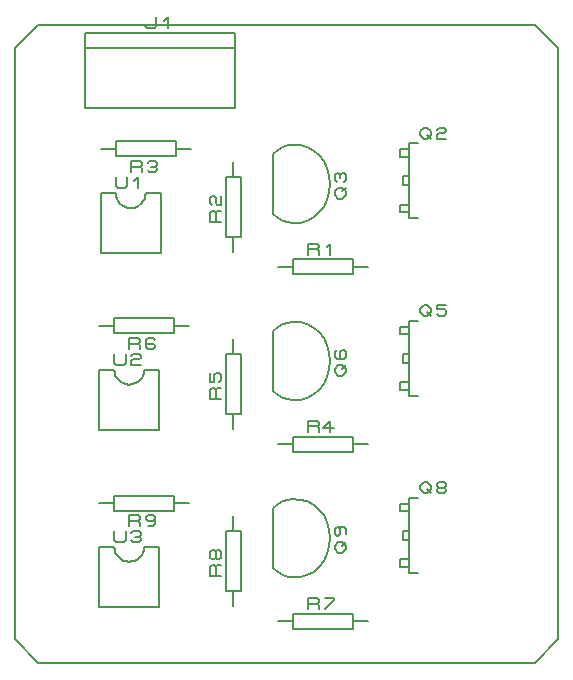
<source format=gbr>
G04 PROTEUS GERBER X2 FILE*
%TF.GenerationSoftware,Labcenter,Proteus,8.6-SP2-Build23525*%
%TF.CreationDate,2017-06-21T11:24:34+00:00*%
%TF.FileFunction,Legend,Top*%
%TF.FilePolarity,Positive*%
%TF.Part,Single*%
%FSLAX45Y45*%
%MOMM*%
G01*
%TA.AperFunction,Material*%
%ADD70C,0.203200*%
%TD.AperFunction*%
D70*
X-7415100Y+3707200D02*
X-7415100Y+3199200D01*
X-7250000Y+3783400D02*
X-7288298Y+3778638D01*
X-7327788Y+3764350D01*
X-7369658Y+3740538D01*
X-7415100Y+3707200D01*
X-7250000Y+3783400D02*
X-7185082Y+3780769D01*
X-7125047Y+3764288D01*
X-7071058Y+3735361D01*
X-7024278Y+3695393D01*
X-6985869Y+3645788D01*
X-6956995Y+3587951D01*
X-6938818Y+3523287D01*
X-6932500Y+3453200D01*
X-7250000Y+3123000D02*
X-7288298Y+3127762D01*
X-7327788Y+3142050D01*
X-7369658Y+3165862D01*
X-7415100Y+3199200D01*
X-7250000Y+3123000D02*
X-7185082Y+3125631D01*
X-7125047Y+3142112D01*
X-7071058Y+3171039D01*
X-7024278Y+3211007D01*
X-6985869Y+3260612D01*
X-6956995Y+3318449D01*
X-6938818Y+3383113D01*
X-6932500Y+3453200D01*
X-6861380Y+3326200D02*
X-6891860Y+3357950D01*
X-6891860Y+3389700D01*
X-6861380Y+3421450D01*
X-6830900Y+3421450D01*
X-6800420Y+3389700D01*
X-6800420Y+3357950D01*
X-6830900Y+3326200D01*
X-6861380Y+3326200D01*
X-6830900Y+3389700D02*
X-6800420Y+3421450D01*
X-6876620Y+3469075D02*
X-6891860Y+3484950D01*
X-6891860Y+3532575D01*
X-6876620Y+3548450D01*
X-6861380Y+3548450D01*
X-6846140Y+3532575D01*
X-6830900Y+3548450D01*
X-6815660Y+3548450D01*
X-6800420Y+3532575D01*
X-6800420Y+3484950D01*
X-6815660Y+3469075D01*
X-6846140Y+3500825D02*
X-6846140Y+3532575D01*
X-6182500Y+3796100D02*
X-6258700Y+3796100D01*
X-6258700Y+3161100D01*
X-6182500Y+3161100D01*
X-6258700Y+3516700D02*
X-6309500Y+3516700D01*
X-6309500Y+3440500D01*
X-6258700Y+3440500D01*
X-6258700Y+3745300D02*
X-6334900Y+3745300D01*
X-6334900Y+3681800D01*
X-6258700Y+3681800D01*
X-6258700Y+3211900D02*
X-6334900Y+3211900D01*
X-6334900Y+3275400D01*
X-6258700Y+3275400D02*
X-6334900Y+3275400D01*
X-6170435Y+3897700D02*
X-6138685Y+3928180D01*
X-6106935Y+3928180D01*
X-6075185Y+3897700D01*
X-6075185Y+3867220D01*
X-6106935Y+3836740D01*
X-6138685Y+3836740D01*
X-6170435Y+3867220D01*
X-6170435Y+3897700D01*
X-6106935Y+3867220D02*
X-6075185Y+3836740D01*
X-6027560Y+3912940D02*
X-6011685Y+3928180D01*
X-5964060Y+3928180D01*
X-5948185Y+3912940D01*
X-5948185Y+3897700D01*
X-5964060Y+3882460D01*
X-6011685Y+3882460D01*
X-6027560Y+3867220D01*
X-6027560Y+3836740D01*
X-5948185Y+3836740D01*
X-6182500Y+2296100D02*
X-6258700Y+2296100D01*
X-6258700Y+1661100D01*
X-6182500Y+1661100D01*
X-6258700Y+2016700D02*
X-6309500Y+2016700D01*
X-6309500Y+1940500D01*
X-6258700Y+1940500D01*
X-6258700Y+2245300D02*
X-6334900Y+2245300D01*
X-6334900Y+2181800D01*
X-6258700Y+2181800D01*
X-6258700Y+1711900D02*
X-6334900Y+1711900D01*
X-6334900Y+1775400D01*
X-6258700Y+1775400D02*
X-6334900Y+1775400D01*
X-6170435Y+2397700D02*
X-6138685Y+2428180D01*
X-6106935Y+2428180D01*
X-6075185Y+2397700D01*
X-6075185Y+2367220D01*
X-6106935Y+2336740D01*
X-6138685Y+2336740D01*
X-6170435Y+2367220D01*
X-6170435Y+2397700D01*
X-6106935Y+2367220D02*
X-6075185Y+2336740D01*
X-5948185Y+2428180D02*
X-6027560Y+2428180D01*
X-6027560Y+2397700D01*
X-5964060Y+2397700D01*
X-5948185Y+2382460D01*
X-5948185Y+2351980D01*
X-5964060Y+2336740D01*
X-6011685Y+2336740D01*
X-6027560Y+2351980D01*
X-7415100Y+2207200D02*
X-7415100Y+1699200D01*
X-7250000Y+2283400D02*
X-7288298Y+2278638D01*
X-7327788Y+2264350D01*
X-7369658Y+2240538D01*
X-7415100Y+2207200D01*
X-7250000Y+2283400D02*
X-7185082Y+2280769D01*
X-7125047Y+2264288D01*
X-7071058Y+2235361D01*
X-7024278Y+2195393D01*
X-6985869Y+2145788D01*
X-6956995Y+2087951D01*
X-6938818Y+2023287D01*
X-6932500Y+1953200D01*
X-7250000Y+1623000D02*
X-7288298Y+1627762D01*
X-7327788Y+1642050D01*
X-7369658Y+1665862D01*
X-7415100Y+1699200D01*
X-7250000Y+1623000D02*
X-7185082Y+1625631D01*
X-7125047Y+1642112D01*
X-7071058Y+1671039D01*
X-7024278Y+1711007D01*
X-6985869Y+1760612D01*
X-6956995Y+1818449D01*
X-6938818Y+1883113D01*
X-6932500Y+1953200D01*
X-6861380Y+1826200D02*
X-6891860Y+1857950D01*
X-6891860Y+1889700D01*
X-6861380Y+1921450D01*
X-6830900Y+1921450D01*
X-6800420Y+1889700D01*
X-6800420Y+1857950D01*
X-6830900Y+1826200D01*
X-6861380Y+1826200D01*
X-6830900Y+1889700D02*
X-6800420Y+1921450D01*
X-6876620Y+2048450D02*
X-6891860Y+2032575D01*
X-6891860Y+1984950D01*
X-6876620Y+1969075D01*
X-6815660Y+1969075D01*
X-6800420Y+1984950D01*
X-6800420Y+2032575D01*
X-6815660Y+2048450D01*
X-6830900Y+2048450D01*
X-6846140Y+2032575D01*
X-6846140Y+1969075D01*
X-6182500Y+796100D02*
X-6258700Y+796100D01*
X-6258700Y+161100D01*
X-6182500Y+161100D01*
X-6258700Y+516700D02*
X-6309500Y+516700D01*
X-6309500Y+440500D01*
X-6258700Y+440500D01*
X-6258700Y+745300D02*
X-6334900Y+745300D01*
X-6334900Y+681800D01*
X-6258700Y+681800D01*
X-6258700Y+211900D02*
X-6334900Y+211900D01*
X-6334900Y+275400D01*
X-6258700Y+275400D02*
X-6334900Y+275400D01*
X-6170435Y+897700D02*
X-6138685Y+928180D01*
X-6106935Y+928180D01*
X-6075185Y+897700D01*
X-6075185Y+867220D01*
X-6106935Y+836740D01*
X-6138685Y+836740D01*
X-6170435Y+867220D01*
X-6170435Y+897700D01*
X-6106935Y+867220D02*
X-6075185Y+836740D01*
X-6011685Y+882460D02*
X-6027560Y+897700D01*
X-6027560Y+912940D01*
X-6011685Y+928180D01*
X-5964060Y+928180D01*
X-5948185Y+912940D01*
X-5948185Y+897700D01*
X-5964060Y+882460D01*
X-6011685Y+882460D01*
X-6027560Y+867220D01*
X-6027560Y+851980D01*
X-6011685Y+836740D01*
X-5964060Y+836740D01*
X-5948185Y+851980D01*
X-5948185Y+867220D01*
X-5964060Y+882460D01*
X-7415100Y+707200D02*
X-7415100Y+199200D01*
X-7250000Y+783400D02*
X-7288298Y+778638D01*
X-7327788Y+764350D01*
X-7369658Y+740538D01*
X-7415100Y+707200D01*
X-7250000Y+783400D02*
X-7185082Y+780769D01*
X-7125047Y+764288D01*
X-7071058Y+735361D01*
X-7024278Y+695393D01*
X-6985869Y+645788D01*
X-6956995Y+587951D01*
X-6938818Y+523287D01*
X-6932500Y+453200D01*
X-7250000Y+123000D02*
X-7288298Y+127762D01*
X-7327788Y+142050D01*
X-7369658Y+165862D01*
X-7415100Y+199200D01*
X-7250000Y+123000D02*
X-7185082Y+125631D01*
X-7125047Y+142112D01*
X-7071058Y+171039D01*
X-7024278Y+211007D01*
X-6985869Y+260612D01*
X-6956995Y+318449D01*
X-6938818Y+383113D01*
X-6932500Y+453200D01*
X-6861380Y+326200D02*
X-6891860Y+357950D01*
X-6891860Y+389700D01*
X-6861380Y+421450D01*
X-6830900Y+421450D01*
X-6800420Y+389700D01*
X-6800420Y+357950D01*
X-6830900Y+326200D01*
X-6861380Y+326200D01*
X-6830900Y+389700D02*
X-6800420Y+421450D01*
X-6861380Y+548450D02*
X-6846140Y+532575D01*
X-6846140Y+484950D01*
X-6861380Y+469075D01*
X-6876620Y+469075D01*
X-6891860Y+484950D01*
X-6891860Y+532575D01*
X-6876620Y+548450D01*
X-6815660Y+548450D01*
X-6800420Y+532575D01*
X-6800420Y+484950D01*
X-7373000Y+2750000D02*
X-7246000Y+2750000D01*
X-7246000Y+2686500D02*
X-6738000Y+2686500D01*
X-6738000Y+2813500D01*
X-7246000Y+2813500D01*
X-7246000Y+2686500D01*
X-6738000Y+2750000D02*
X-6611000Y+2750000D01*
X-7119000Y+2854140D02*
X-7119000Y+2945580D01*
X-7039625Y+2945580D01*
X-7023750Y+2930340D01*
X-7023750Y+2915100D01*
X-7039625Y+2899860D01*
X-7119000Y+2899860D01*
X-7039625Y+2899860D02*
X-7023750Y+2884620D01*
X-7023750Y+2854140D01*
X-6960250Y+2915100D02*
X-6928500Y+2945580D01*
X-6928500Y+2854140D01*
X-7750000Y+2877000D02*
X-7750000Y+3004000D01*
X-7813500Y+3004000D02*
X-7686500Y+3004000D01*
X-7686500Y+3512000D01*
X-7813500Y+3512000D01*
X-7813500Y+3004000D01*
X-7750000Y+3512000D02*
X-7750000Y+3639000D01*
X-7854140Y+3131000D02*
X-7945580Y+3131000D01*
X-7945580Y+3210375D01*
X-7930340Y+3226250D01*
X-7915100Y+3226250D01*
X-7899860Y+3210375D01*
X-7899860Y+3131000D01*
X-7899860Y+3210375D02*
X-7884620Y+3226250D01*
X-7854140Y+3226250D01*
X-7930340Y+3273875D02*
X-7945580Y+3289750D01*
X-7945580Y+3337375D01*
X-7930340Y+3353250D01*
X-7915100Y+3353250D01*
X-7899860Y+3337375D01*
X-7899860Y+3289750D01*
X-7884620Y+3273875D01*
X-7854140Y+3273875D01*
X-7854140Y+3353250D01*
X-8492000Y+3377000D02*
X-8365000Y+3377000D01*
X-8365000Y+2869000D01*
X-8873000Y+2869000D01*
X-8873000Y+3377000D01*
X-8746000Y+3377000D01*
X-8619000Y+3250000D02*
X-8593124Y+3252436D01*
X-8569152Y+3259485D01*
X-8547562Y+3270762D01*
X-8528830Y+3285878D01*
X-8513431Y+3304446D01*
X-8501842Y+3326081D01*
X-8494540Y+3350394D01*
X-8492000Y+3377000D01*
X-8619000Y+3250000D02*
X-8645606Y+3252436D01*
X-8669919Y+3259485D01*
X-8691554Y+3270762D01*
X-8710122Y+3285878D01*
X-8725238Y+3304446D01*
X-8736515Y+3326081D01*
X-8743564Y+3350394D01*
X-8746000Y+3377000D01*
X-8746000Y+3509080D02*
X-8746000Y+3432880D01*
X-8730125Y+3417640D01*
X-8666625Y+3417640D01*
X-8650750Y+3432880D01*
X-8650750Y+3509080D01*
X-8587250Y+3478600D02*
X-8555500Y+3509080D01*
X-8555500Y+3417640D01*
X-8111000Y+3750000D02*
X-8238000Y+3750000D01*
X-8746000Y+3686500D02*
X-8238000Y+3686500D01*
X-8238000Y+3813500D01*
X-8746000Y+3813500D01*
X-8746000Y+3686500D01*
X-8746000Y+3750000D02*
X-8873000Y+3750000D01*
X-8619000Y+3554420D02*
X-8619000Y+3645860D01*
X-8539625Y+3645860D01*
X-8523750Y+3630620D01*
X-8523750Y+3615380D01*
X-8539625Y+3600140D01*
X-8619000Y+3600140D01*
X-8539625Y+3600140D02*
X-8523750Y+3584900D01*
X-8523750Y+3554420D01*
X-8476125Y+3630620D02*
X-8460250Y+3645860D01*
X-8412625Y+3645860D01*
X-8396750Y+3630620D01*
X-8396750Y+3615380D01*
X-8412625Y+3600140D01*
X-8396750Y+3584900D01*
X-8396750Y+3569660D01*
X-8412625Y+3554420D01*
X-8460250Y+3554420D01*
X-8476125Y+3569660D01*
X-8444375Y+3600140D02*
X-8412625Y+3600140D01*
X-7373000Y+1250000D02*
X-7246000Y+1250000D01*
X-7246000Y+1186500D02*
X-6738000Y+1186500D01*
X-6738000Y+1313500D01*
X-7246000Y+1313500D01*
X-7246000Y+1186500D01*
X-6738000Y+1250000D02*
X-6611000Y+1250000D01*
X-7119000Y+1354140D02*
X-7119000Y+1445580D01*
X-7039625Y+1445580D01*
X-7023750Y+1430340D01*
X-7023750Y+1415100D01*
X-7039625Y+1399860D01*
X-7119000Y+1399860D01*
X-7039625Y+1399860D02*
X-7023750Y+1384620D01*
X-7023750Y+1354140D01*
X-6896750Y+1384620D02*
X-6992000Y+1384620D01*
X-6928500Y+1445580D01*
X-6928500Y+1354140D01*
X-7373000Y-250000D02*
X-7246000Y-250000D01*
X-7246000Y-313500D02*
X-6738000Y-313500D01*
X-6738000Y-186500D01*
X-7246000Y-186500D01*
X-7246000Y-313500D01*
X-6738000Y-250000D02*
X-6611000Y-250000D01*
X-7119000Y-145860D02*
X-7119000Y-54420D01*
X-7039625Y-54420D01*
X-7023750Y-69660D01*
X-7023750Y-84900D01*
X-7039625Y-100140D01*
X-7119000Y-100140D01*
X-7039625Y-100140D02*
X-7023750Y-115380D01*
X-7023750Y-145860D01*
X-6976125Y-54420D02*
X-6896750Y-54420D01*
X-6896750Y-69660D01*
X-6976125Y-145860D01*
X-7750000Y+1377000D02*
X-7750000Y+1504000D01*
X-7813500Y+1504000D02*
X-7686500Y+1504000D01*
X-7686500Y+2012000D01*
X-7813500Y+2012000D01*
X-7813500Y+1504000D01*
X-7750000Y+2012000D02*
X-7750000Y+2139000D01*
X-7854140Y+1631000D02*
X-7945580Y+1631000D01*
X-7945580Y+1710375D01*
X-7930340Y+1726250D01*
X-7915100Y+1726250D01*
X-7899860Y+1710375D01*
X-7899860Y+1631000D01*
X-7899860Y+1710375D02*
X-7884620Y+1726250D01*
X-7854140Y+1726250D01*
X-7945580Y+1853250D02*
X-7945580Y+1773875D01*
X-7915100Y+1773875D01*
X-7915100Y+1837375D01*
X-7899860Y+1853250D01*
X-7869380Y+1853250D01*
X-7854140Y+1837375D01*
X-7854140Y+1789750D01*
X-7869380Y+1773875D01*
X-8127000Y+2250000D02*
X-8254000Y+2250000D01*
X-8762000Y+2186500D02*
X-8254000Y+2186500D01*
X-8254000Y+2313500D01*
X-8762000Y+2313500D01*
X-8762000Y+2186500D01*
X-8762000Y+2250000D02*
X-8889000Y+2250000D01*
X-8635000Y+2054420D02*
X-8635000Y+2145860D01*
X-8555625Y+2145860D01*
X-8539750Y+2130620D01*
X-8539750Y+2115380D01*
X-8555625Y+2100140D01*
X-8635000Y+2100140D01*
X-8555625Y+2100140D02*
X-8539750Y+2084900D01*
X-8539750Y+2054420D01*
X-8412750Y+2130620D02*
X-8428625Y+2145860D01*
X-8476250Y+2145860D01*
X-8492125Y+2130620D01*
X-8492125Y+2069660D01*
X-8476250Y+2054420D01*
X-8428625Y+2054420D01*
X-8412750Y+2069660D01*
X-8412750Y+2084900D01*
X-8428625Y+2100140D01*
X-8492125Y+2100140D01*
X-7750000Y-123000D02*
X-7750000Y+4000D01*
X-7813500Y+4000D02*
X-7686500Y+4000D01*
X-7686500Y+512000D01*
X-7813500Y+512000D01*
X-7813500Y+4000D01*
X-7750000Y+512000D02*
X-7750000Y+639000D01*
X-7854140Y+131000D02*
X-7945580Y+131000D01*
X-7945580Y+210375D01*
X-7930340Y+226250D01*
X-7915100Y+226250D01*
X-7899860Y+210375D01*
X-7899860Y+131000D01*
X-7899860Y+210375D02*
X-7884620Y+226250D01*
X-7854140Y+226250D01*
X-7899860Y+289750D02*
X-7915100Y+273875D01*
X-7930340Y+273875D01*
X-7945580Y+289750D01*
X-7945580Y+337375D01*
X-7930340Y+353250D01*
X-7915100Y+353250D01*
X-7899860Y+337375D01*
X-7899860Y+289750D01*
X-7884620Y+273875D01*
X-7869380Y+273875D01*
X-7854140Y+289750D01*
X-7854140Y+337375D01*
X-7869380Y+353250D01*
X-7884620Y+353250D01*
X-7899860Y+337375D01*
X-8127000Y+750000D02*
X-8254000Y+750000D01*
X-8762000Y+686500D02*
X-8254000Y+686500D01*
X-8254000Y+813500D01*
X-8762000Y+813500D01*
X-8762000Y+686500D01*
X-8762000Y+750000D02*
X-8889000Y+750000D01*
X-8635000Y+554420D02*
X-8635000Y+645860D01*
X-8555625Y+645860D01*
X-8539750Y+630620D01*
X-8539750Y+615380D01*
X-8555625Y+600140D01*
X-8635000Y+600140D01*
X-8555625Y+600140D02*
X-8539750Y+584900D01*
X-8539750Y+554420D01*
X-8412750Y+615380D02*
X-8428625Y+600140D01*
X-8476250Y+600140D01*
X-8492125Y+615380D01*
X-8492125Y+630620D01*
X-8476250Y+645860D01*
X-8428625Y+645860D01*
X-8412750Y+630620D01*
X-8412750Y+569660D01*
X-8428625Y+554420D01*
X-8476250Y+554420D01*
X-8504000Y+1881000D02*
X-8377000Y+1881000D01*
X-8377000Y+1373000D01*
X-8885000Y+1373000D01*
X-8885000Y+1881000D01*
X-8758000Y+1881000D01*
X-8631000Y+1754000D02*
X-8605124Y+1756436D01*
X-8581152Y+1763485D01*
X-8559562Y+1774762D01*
X-8540830Y+1789878D01*
X-8525431Y+1808446D01*
X-8513842Y+1830081D01*
X-8506540Y+1854394D01*
X-8504000Y+1881000D01*
X-8631000Y+1754000D02*
X-8657606Y+1756436D01*
X-8681919Y+1763485D01*
X-8703554Y+1774762D01*
X-8722122Y+1789878D01*
X-8737238Y+1808446D01*
X-8748515Y+1830081D01*
X-8755564Y+1854394D01*
X-8758000Y+1881000D01*
X-8758000Y+2013080D02*
X-8758000Y+1936880D01*
X-8742125Y+1921640D01*
X-8678625Y+1921640D01*
X-8662750Y+1936880D01*
X-8662750Y+2013080D01*
X-8615125Y+1997840D02*
X-8599250Y+2013080D01*
X-8551625Y+2013080D01*
X-8535750Y+1997840D01*
X-8535750Y+1982600D01*
X-8551625Y+1967360D01*
X-8599250Y+1967360D01*
X-8615125Y+1952120D01*
X-8615125Y+1921640D01*
X-8535750Y+1921640D01*
X-8504000Y+381000D02*
X-8377000Y+381000D01*
X-8377000Y-127000D01*
X-8885000Y-127000D01*
X-8885000Y+381000D01*
X-8758000Y+381000D01*
X-8631000Y+254000D02*
X-8605124Y+256436D01*
X-8581152Y+263485D01*
X-8559562Y+274762D01*
X-8540830Y+289878D01*
X-8525431Y+308446D01*
X-8513842Y+330081D01*
X-8506540Y+354394D01*
X-8504000Y+381000D01*
X-8631000Y+254000D02*
X-8657606Y+256436D01*
X-8681919Y+263485D01*
X-8703554Y+274762D01*
X-8722122Y+289878D01*
X-8737238Y+308446D01*
X-8748515Y+330081D01*
X-8755564Y+354394D01*
X-8758000Y+381000D01*
X-8758000Y+513080D02*
X-8758000Y+436880D01*
X-8742125Y+421640D01*
X-8678625Y+421640D01*
X-8662750Y+436880D01*
X-8662750Y+513080D01*
X-8615125Y+497840D02*
X-8599250Y+513080D01*
X-8551625Y+513080D01*
X-8535750Y+497840D01*
X-8535750Y+482600D01*
X-8551625Y+467360D01*
X-8535750Y+452120D01*
X-8535750Y+436880D01*
X-8551625Y+421640D01*
X-8599250Y+421640D01*
X-8615125Y+436880D01*
X-8583375Y+467360D02*
X-8551625Y+467360D01*
X-9004000Y+4096000D02*
X-7734000Y+4096000D01*
X-7734000Y+4731000D01*
X-9004000Y+4731000D01*
X-9004000Y+4096000D01*
X-9004000Y+4604000D02*
X-7734000Y+4604000D01*
X-8496000Y+4802120D02*
X-8496000Y+4786880D01*
X-8480125Y+4771640D01*
X-8416625Y+4771640D01*
X-8400750Y+4786880D01*
X-8400750Y+4863080D01*
X-8337250Y+4832600D02*
X-8305500Y+4863080D01*
X-8305500Y+4771640D01*
X-9600000Y+4600000D02*
X-9400000Y+4800000D01*
X-5200000Y+4800000D01*
X-5000000Y+4600000D01*
X-5000000Y-400000D01*
X-5200000Y-600000D01*
X-9400000Y-600000D01*
X-9600000Y-400000D01*
X-9600000Y+4600000D01*
M02*

</source>
